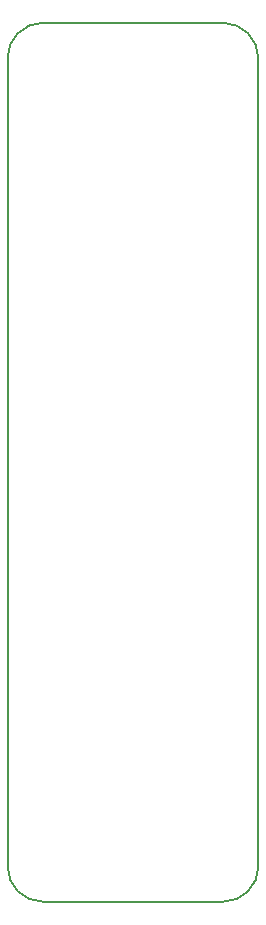
<source format=gbr>
%TF.GenerationSoftware,KiCad,Pcbnew,9.0.7*%
%TF.CreationDate,2026-02-15T21:55:52-05:00*%
%TF.ProjectId,Photon,50686f74-6f6e-42e6-9b69-6361645f7063,1.4*%
%TF.SameCoordinates,Original*%
%TF.FileFunction,Profile,NP*%
%FSLAX46Y46*%
G04 Gerber Fmt 4.6, Leading zero omitted, Abs format (unit mm)*
G04 Created by KiCad (PCBNEW 9.0.7) date 2026-02-15 21:55:52*
%MOMM*%
%LPD*%
G01*
G04 APERTURE LIST*
%TA.AperFunction,Profile*%
%ADD10C,0.200000*%
%TD*%
G04 APERTURE END LIST*
D10*
X86667000Y-99209000D02*
X86667000Y-30787000D01*
X104907000Y-27787000D02*
G75*
G02*
X107907000Y-30787000I0J-3000000D01*
G01*
X107907000Y-99209000D02*
G75*
G02*
X104907000Y-102209000I-3000000J0D01*
G01*
X89667000Y-27787000D02*
X104907000Y-27787000D01*
X89667000Y-102208999D02*
G75*
G02*
X86667001Y-99209000I0J2999999D01*
G01*
X107907000Y-30787000D02*
X107907000Y-99209000D01*
X86667000Y-30787000D02*
G75*
G02*
X89667000Y-27787000I3000000J0D01*
G01*
X104907000Y-102208999D02*
X89667000Y-102208999D01*
M02*

</source>
